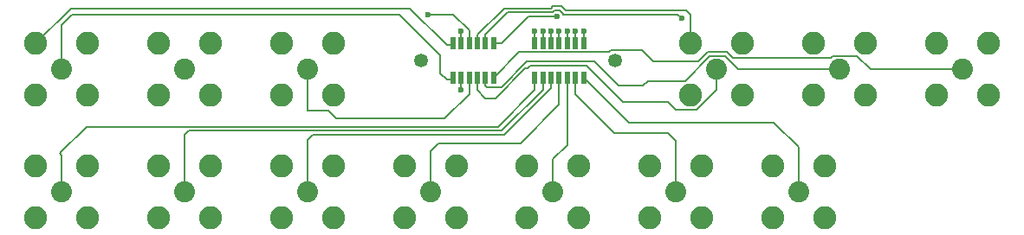
<source format=gbr>
%TF.GenerationSoftware,KiCad,Pcbnew,8.0.2-1*%
%TF.CreationDate,2024-09-17T16:57:37-04:00*%
%TF.ProjectId,Dummy Board,44756d6d-7920-4426-9f61-72642e6b6963,rev?*%
%TF.SameCoordinates,Original*%
%TF.FileFunction,Copper,L1,Top*%
%TF.FilePolarity,Positive*%
%FSLAX46Y46*%
G04 Gerber Fmt 4.6, Leading zero omitted, Abs format (unit mm)*
G04 Created by KiCad (PCBNEW 8.0.2-1) date 2024-09-17 16:57:37*
%MOMM*%
%LPD*%
G01*
G04 APERTURE LIST*
%TA.AperFunction,ComponentPad*%
%ADD10C,2.250000*%
%TD*%
%TA.AperFunction,ComponentPad*%
%ADD11C,2.050000*%
%TD*%
%TA.AperFunction,ComponentPad*%
%ADD12C,1.348000*%
%TD*%
%TA.AperFunction,SMDPad,CuDef*%
%ADD13R,0.500000X1.200000*%
%TD*%
%TA.AperFunction,ViaPad*%
%ADD14C,0.600000*%
%TD*%
%TA.AperFunction,Conductor*%
%ADD15C,0.200000*%
%TD*%
G04 APERTURE END LIST*
D10*
%TO.P,REF\u002A\u002A6,2*%
%TO.N,N/C*%
X220740000Y-99540000D03*
X220740000Y-94460000D03*
X215660000Y-99540000D03*
%TO.N,K5*%
X215660000Y-94460000D03*
D11*
%TO.P,REF\u002A\u002A6,1*%
%TO.N,A5*%
X218200000Y-97000000D03*
%TD*%
%TO.P,REF\u002A\u002A7,1*%
%TO.N,A6*%
X130200000Y-109000000D03*
D10*
%TO.P,REF\u002A\u002A7,2*%
%TO.N,K6*%
X127660000Y-106460000D03*
%TO.N,N/C*%
X127660000Y-111540000D03*
X132740000Y-106460000D03*
X132740000Y-111540000D03*
%TD*%
D11*
%TO.P,REF\u002A\u002A11,1*%
%TO.N,A10*%
X178200000Y-109000000D03*
D10*
%TO.P,REF\u002A\u002A11,2*%
%TO.N,K10*%
X175660000Y-106460000D03*
%TO.N,N/C*%
X175660000Y-111540000D03*
X180740000Y-106460000D03*
X180740000Y-111540000D03*
%TD*%
D11*
%TO.P,REF\u002A\u002A12,1*%
%TO.N,A11*%
X190200000Y-109000000D03*
D10*
%TO.P,REF\u002A\u002A12,2*%
%TO.N,K11*%
X187660000Y-106460000D03*
%TO.N,N/C*%
X187660000Y-111540000D03*
X192740000Y-106460000D03*
X192740000Y-111540000D03*
%TD*%
D11*
%TO.P,REF\u002A\u002A2,1*%
%TO.N,A1*%
X142200000Y-97000000D03*
D10*
%TO.P,REF\u002A\u002A2,2*%
%TO.N,K1*%
X139660000Y-94460000D03*
%TO.N,N/C*%
X139660000Y-99540000D03*
X144740000Y-94460000D03*
X144740000Y-99540000D03*
%TD*%
D11*
%TO.P,REF\u002A\u002A8,1*%
%TO.N,A7*%
X142200000Y-109000000D03*
D10*
%TO.P,REF\u002A\u002A8,2*%
%TO.N,K7*%
X139660000Y-106460000D03*
%TO.N,N/C*%
X139660000Y-111540000D03*
X144740000Y-106460000D03*
X144740000Y-111540000D03*
%TD*%
D11*
%TO.P,REF\u002A\u002A9,1*%
%TO.N,A8*%
X154200000Y-109000000D03*
D10*
%TO.P,REF\u002A\u002A9,2*%
%TO.N,K8*%
X151660000Y-106460000D03*
%TO.N,N/C*%
X151660000Y-111540000D03*
X156740000Y-106460000D03*
X156740000Y-111540000D03*
%TD*%
D11*
%TO.P,REF\u002A\u002A1,1*%
%TO.N,A0*%
X130200000Y-97000000D03*
D10*
%TO.P,REF\u002A\u002A1,2*%
%TO.N,K0*%
X127660000Y-94460000D03*
%TO.N,N/C*%
X127660000Y-99540000D03*
X132740000Y-94460000D03*
X132740000Y-99540000D03*
%TD*%
D11*
%TO.P,REF\u002A\u002A10,1*%
%TO.N,A9*%
X166200000Y-109000000D03*
D10*
%TO.P,REF\u002A\u002A10,2*%
%TO.N,K9*%
X163660000Y-106460000D03*
%TO.N,N/C*%
X163660000Y-111540000D03*
X168740000Y-106460000D03*
X168740000Y-111540000D03*
%TD*%
%TO.P,REF\u002A\u002A4,2*%
%TO.N,N/C*%
X196740000Y-99540000D03*
X196740000Y-94460000D03*
X191660000Y-99540000D03*
%TO.N,K3*%
X191660000Y-94460000D03*
D11*
%TO.P,REF\u002A\u002A4,1*%
%TO.N,A3*%
X194200000Y-97000000D03*
%TD*%
D10*
%TO.P,REF\u002A\u002A5,2*%
%TO.N,N/C*%
X208740000Y-99540000D03*
X208740000Y-94460000D03*
X203660000Y-99540000D03*
%TO.N,K4*%
X203660000Y-94460000D03*
D11*
%TO.P,REF\u002A\u002A5,1*%
%TO.N,A4*%
X206200000Y-97000000D03*
%TD*%
D12*
%TO.P,REF\u002A\u002A,S2*%
%TO.N,N/C*%
X184295000Y-96100000D03*
%TO.P,REF\u002A\u002A,S1*%
X165305000Y-96100000D03*
D13*
%TO.P,REF\u002A\u002A,26*%
%TO.N,K12*%
X181200000Y-94400000D03*
%TO.P,REF\u002A\u002A,25*%
%TO.N,A12*%
X181200000Y-97800000D03*
%TO.P,REF\u002A\u002A,24*%
%TO.N,K11*%
X180400000Y-94400000D03*
%TO.P,REF\u002A\u002A,23*%
%TO.N,A11*%
X180400000Y-97800000D03*
%TO.P,REF\u002A\u002A,22*%
%TO.N,K10*%
X179600000Y-94400000D03*
%TO.P,REF\u002A\u002A,21*%
%TO.N,A10*%
X179600000Y-97800000D03*
%TO.P,REF\u002A\u002A,20*%
%TO.N,K9*%
X178800000Y-94400000D03*
%TO.P,REF\u002A\u002A,19*%
%TO.N,A9*%
X178800000Y-97800000D03*
%TO.P,REF\u002A\u002A,18*%
%TO.N,K8*%
X178000000Y-94400000D03*
%TO.P,REF\u002A\u002A,17*%
%TO.N,A8*%
X178000000Y-97800000D03*
%TO.P,REF\u002A\u002A,16*%
%TO.N,K7*%
X177200000Y-94400000D03*
%TO.P,REF\u002A\u002A,15*%
%TO.N,A7*%
X177200000Y-97800000D03*
%TO.P,REF\u002A\u002A,14*%
%TO.N,K6*%
X176400000Y-94400000D03*
%TO.P,REF\u002A\u002A,13*%
%TO.N,A6*%
X176400000Y-97800000D03*
%TO.P,REF\u002A\u002A,12*%
%TO.N,K5*%
X172400000Y-94400000D03*
%TO.P,REF\u002A\u002A,11*%
%TO.N,A5*%
X172400000Y-97800000D03*
%TO.P,REF\u002A\u002A,10*%
%TO.N,K4*%
X171600000Y-94400000D03*
%TO.P,REF\u002A\u002A,09*%
%TO.N,A4*%
X171600000Y-97800000D03*
%TO.P,REF\u002A\u002A,08*%
%TO.N,K3*%
X170800000Y-94400000D03*
%TO.P,REF\u002A\u002A,07*%
%TO.N,A3*%
X170800000Y-97800000D03*
%TO.P,REF\u002A\u002A,06*%
%TO.N,K2*%
X170000000Y-94400000D03*
%TO.P,REF\u002A\u002A,05*%
%TO.N,A2*%
X170000000Y-97800000D03*
%TO.P,REF\u002A\u002A,04*%
%TO.N,K1*%
X169200000Y-94400000D03*
%TO.P,REF\u002A\u002A,02*%
%TO.N,A1*%
X169200000Y-97800000D03*
%TO.N,K0*%
X168400000Y-94400000D03*
%TO.P,REF\u002A\u002A,01*%
%TO.N,A0*%
X168400000Y-97800000D03*
%TD*%
D11*
%TO.P,REF\u002A\u002A13,1*%
%TO.N,A12*%
X202200000Y-109000000D03*
D10*
%TO.P,REF\u002A\u002A13,2*%
%TO.N,K12*%
X199660000Y-106460000D03*
%TO.N,N/C*%
X199660000Y-111540000D03*
X204740000Y-106460000D03*
X204740000Y-111540000D03*
%TD*%
D11*
%TO.P,REF\u002A\u002A3,1*%
%TO.N,A2*%
X154200000Y-97000000D03*
D10*
%TO.P,REF\u002A\u002A3,2*%
%TO.N,K2*%
X151660000Y-94460000D03*
%TO.N,N/C*%
X151660000Y-99540000D03*
X156740000Y-94460000D03*
X156740000Y-99540000D03*
%TD*%
D14*
%TO.N,K5*%
X178600000Y-91800000D03*
%TO.N,K4*%
X190800000Y-92000000D03*
%TO.N,K12*%
X181200000Y-93200000D03*
%TO.N,K11*%
X180400000Y-93200000D03*
%TO.N,K10*%
X179600000Y-93200000D03*
%TO.N,K9*%
X178800000Y-93200000D03*
%TO.N,K8*%
X178000000Y-93200000D03*
%TO.N,K7*%
X177200000Y-93200000D03*
%TO.N,K6*%
X176400000Y-93200000D03*
%TO.N,K2*%
X166000000Y-91600000D03*
%TO.N,K1*%
X169200000Y-93200000D03*
%TO.N,A1*%
X169200000Y-99000000D03*
%TD*%
D15*
%TO.N,A8*%
X154200000Y-109000000D02*
X154200000Y-103920000D01*
X154200000Y-103920000D02*
X154720000Y-103400000D01*
%TO.N,A4*%
X171600000Y-98600000D02*
X171700000Y-98700000D01*
X171700000Y-98700000D02*
X173134314Y-98700000D01*
X186985000Y-98585000D02*
X187000000Y-98600000D01*
X171600000Y-97800000D02*
X171600000Y-98600000D01*
X173134314Y-98700000D02*
X175634314Y-96200000D01*
X184585000Y-98585000D02*
X186985000Y-98585000D01*
X182200000Y-96200000D02*
X184585000Y-98585000D01*
X187485000Y-98115000D02*
X191085000Y-98115000D01*
X175634314Y-96200000D02*
X182200000Y-96200000D01*
X187000000Y-98600000D02*
X187485000Y-98115000D01*
X191085000Y-98115000D02*
X193525000Y-95675000D01*
X193525000Y-95675000D02*
X195000000Y-95675000D01*
X195000000Y-95675000D02*
X196325000Y-97000000D01*
X196325000Y-97000000D02*
X206200000Y-97000000D01*
%TO.N,A3*%
X194200000Y-97000000D02*
X194200000Y-99015255D01*
X194200000Y-99015255D02*
X192507628Y-100707628D01*
X192507628Y-100707628D02*
X192250256Y-100965000D01*
X181450000Y-96600000D02*
X176000000Y-96600000D01*
X176000000Y-96600000D02*
X175700000Y-96900000D01*
X175700000Y-96900000D02*
X175500000Y-96900000D01*
X190165000Y-100965000D02*
X189400000Y-100200000D01*
X192250256Y-100965000D02*
X190165000Y-100965000D01*
X189400000Y-100200000D02*
X185050000Y-100200000D01*
X185050000Y-100200000D02*
X181450000Y-96600000D01*
X175500000Y-96900000D02*
X172600000Y-99800000D01*
X172600000Y-99800000D02*
X171600000Y-99800000D01*
X171600000Y-99800000D02*
X170800000Y-99000000D01*
X170800000Y-99000000D02*
X170800000Y-97800000D01*
%TO.N,A10*%
X178200000Y-109000000D02*
X178200000Y-105800000D01*
X178200000Y-105800000D02*
X179600000Y-104400000D01*
X179600000Y-104400000D02*
X179600000Y-97800000D01*
%TO.N,A12*%
X181200000Y-97800000D02*
X185600000Y-102200000D01*
X185600000Y-102200000D02*
X199800000Y-102200000D01*
X199800000Y-102200000D02*
X202200000Y-104600000D01*
X202200000Y-104600000D02*
X202200000Y-109000000D01*
%TO.N,A11*%
X184200000Y-103200000D02*
X189400000Y-103200000D01*
%TO.N,A9*%
X178800000Y-100400000D02*
X175000000Y-104200000D01*
X167000000Y-104200000D02*
X175000000Y-104200000D01*
X166200000Y-105000000D02*
X167000000Y-104200000D01*
%TO.N,A8*%
X154800000Y-103400000D02*
X173400000Y-103400000D01*
X173400000Y-103400000D02*
X178000000Y-98800000D01*
X178000000Y-98800000D02*
X178000000Y-97800000D01*
%TO.N,A7*%
X142200000Y-109000000D02*
X142200000Y-103400000D01*
X142200000Y-103400000D02*
X142600000Y-103000000D01*
X173200000Y-103000000D02*
X177200000Y-99000000D01*
X177200000Y-99000000D02*
X177200000Y-97800000D01*
X142600000Y-103000000D02*
X173200000Y-103000000D01*
%TO.N,A6*%
X130200000Y-109000000D02*
X130200000Y-105400000D01*
X132600000Y-102600000D02*
X172800000Y-102600000D01*
X130000000Y-105200000D02*
X132600000Y-102600000D01*
X176400000Y-99000000D02*
X176400000Y-97800000D01*
X172800000Y-102600000D02*
X176400000Y-99000000D01*
X130200000Y-105400000D02*
X130000000Y-105200000D01*
%TO.N,A2*%
X154200000Y-97000000D02*
X154200000Y-101000000D01*
X154200000Y-101000000D02*
X156200000Y-101000000D01*
X156200000Y-101000000D02*
X157000000Y-101800000D01*
X157000000Y-101800000D02*
X167600000Y-101800000D01*
X167600000Y-101800000D02*
X170000000Y-99400000D01*
X170000000Y-99400000D02*
X170000000Y-97800000D01*
%TO.N,K0*%
X127660000Y-94460000D02*
X131120000Y-91000000D01*
X131120000Y-91000000D02*
X164200000Y-91000000D01*
X164200000Y-91000000D02*
X167800000Y-94600000D01*
X168200000Y-94600000D02*
X168400000Y-94400000D01*
X167800000Y-94600000D02*
X168200000Y-94600000D01*
%TO.N,A0*%
X134400000Y-91600000D02*
X163200000Y-91600000D01*
X167800000Y-98000000D02*
X168200000Y-98000000D01*
X167200000Y-97400000D02*
X167800000Y-98000000D01*
X167200000Y-95600000D02*
X167200000Y-97400000D01*
X163200000Y-91600000D02*
X167200000Y-95600000D01*
X168200000Y-98000000D02*
X168400000Y-97800000D01*
%TO.N,K3*%
X170800000Y-94400000D02*
X170800000Y-93600000D01*
X179414215Y-91200000D02*
X191200000Y-91200000D01*
X170800000Y-93600000D02*
X173400000Y-91000000D01*
X177985785Y-91000000D02*
X178185785Y-90800000D01*
X173400000Y-91000000D02*
X177985785Y-91000000D01*
X178185785Y-90800000D02*
X179014215Y-90800000D01*
X191200000Y-91200000D02*
X191660000Y-91660000D01*
X179014215Y-90800000D02*
X179414215Y-91200000D01*
X191660000Y-91660000D02*
X191660000Y-94460000D01*
%TO.N,K4*%
X179200000Y-91551471D02*
X178848529Y-91200000D01*
X173800000Y-91400000D02*
X171600000Y-93600000D01*
X190400000Y-91600000D02*
X179200000Y-91600000D01*
X179200000Y-91600000D02*
X179200000Y-91551471D01*
X178848529Y-91200000D02*
X178351471Y-91200000D01*
X190800000Y-92000000D02*
X190400000Y-91600000D01*
X178351471Y-91200000D02*
X178151471Y-91400000D01*
X178151471Y-91400000D02*
X173800000Y-91400000D01*
X171600000Y-93600000D02*
X171600000Y-94400000D01*
%TO.N,A5*%
X174900000Y-95300000D02*
X183700000Y-95300000D01*
X183700000Y-95300000D02*
X183874000Y-95126000D01*
X172400000Y-97800000D02*
X174900000Y-95300000D01*
X186926000Y-95126000D02*
X188000000Y-96200000D01*
X188000000Y-96200000D02*
X192434314Y-96200000D01*
X195200000Y-95275000D02*
X195810000Y-95885000D01*
X192434314Y-96200000D02*
X193359314Y-95275000D01*
X195810000Y-95885000D02*
X205315000Y-95885000D01*
X183874000Y-95126000D02*
X186926000Y-95126000D01*
X193359314Y-95275000D02*
X195200000Y-95275000D01*
X205525000Y-95675000D02*
X207875000Y-95675000D01*
X205315000Y-95885000D02*
X205525000Y-95675000D01*
X207875000Y-95675000D02*
X209200000Y-97000000D01*
X209200000Y-97000000D02*
X218200000Y-97000000D01*
%TO.N,K5*%
X173200000Y-94400000D02*
X175800000Y-91800000D01*
X175800000Y-91800000D02*
X178600000Y-91800000D01*
X172400000Y-94400000D02*
X173200000Y-94400000D01*
%TO.N,K12*%
X181200000Y-93200000D02*
X181200000Y-94400000D01*
%TO.N,K11*%
X180400000Y-93200000D02*
X180400000Y-94400000D01*
%TO.N,K10*%
X179600000Y-93200000D02*
X179600000Y-94400000D01*
%TO.N,K9*%
X178800000Y-93200000D02*
X178800000Y-94400000D01*
%TO.N,K8*%
X178000000Y-93200000D02*
X178000000Y-94400000D01*
%TO.N,A8*%
X154720000Y-103400000D02*
X154800000Y-103400000D01*
%TO.N,K7*%
X177200000Y-93200000D02*
X177200000Y-94400000D01*
%TO.N,K6*%
X176400000Y-94400000D02*
X176400000Y-93200000D01*
%TO.N,A11*%
X180400000Y-97800000D02*
X180400000Y-99400000D01*
X180400000Y-99400000D02*
X184200000Y-103200000D01*
X189400000Y-103200000D02*
X190200000Y-104000000D01*
X190200000Y-104000000D02*
X190200000Y-109000000D01*
%TO.N,A9*%
X178800000Y-97800000D02*
X178800000Y-100400000D01*
X166200000Y-105000000D02*
X166200000Y-109000000D01*
%TO.N,K2*%
X168448529Y-91600000D02*
X166000000Y-91600000D01*
X170000000Y-93151471D02*
X168448529Y-91600000D01*
X170000000Y-94400000D02*
X170000000Y-93151471D01*
%TO.N,K1*%
X169200000Y-94400000D02*
X169200000Y-93200000D01*
%TO.N,A1*%
X169200000Y-97800000D02*
X169200000Y-99000000D01*
%TO.N,A0*%
X134400000Y-91600000D02*
X131200000Y-91600000D01*
X131200000Y-91600000D02*
X130200000Y-92600000D01*
X130200000Y-92600000D02*
X130200000Y-97000000D01*
%TD*%
M02*

</source>
